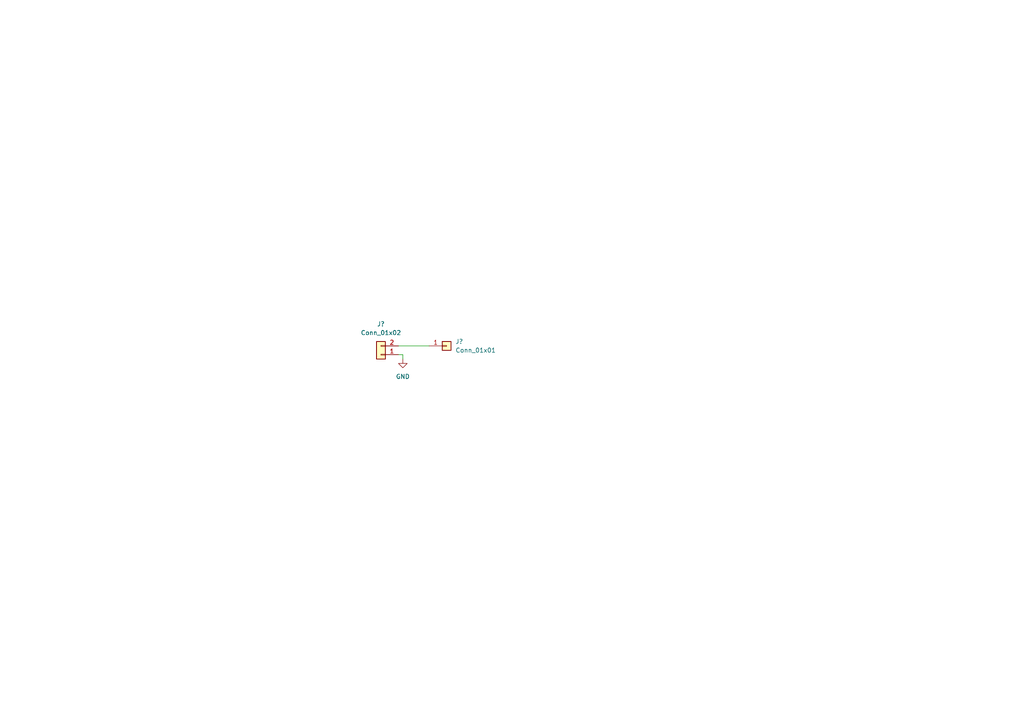
<source format=kicad_sch>
(kicad_sch (version 20211123) (generator eeschema)
  (paper "A4")
  (lib_symbols
    (symbol "Connector_Generic:Conn_01x01" (pin_names (offset 1.016) hide)
      (property "Reference" "J" (at 0 2.54 0))
      (property "Value" "Conn_01x01" (at 0 -2.54 0))
      (symbol "Conn_01x01_1_1"
        (rectangle (start -1.27 0.127) (end 0 -0.127) (stroke (width 0.1524)))
        (rectangle (start -1.27 1.27) (end 1.27 -1.27) (stroke (width 0.254)) (fill (type background)))
        (pin passive line (at -5.08 0 0) (length 3.81) (name "Pin_1") (number "1"))
      )
    )
    (symbol "Connector_Generic:Conn_01x02" (pin_names (offset 1.016) hide)
      (property "Reference" "J" (at 0 2.54 0))
      (property "Value" "Conn_01x02" (at 0 -5.08 0))
      (symbol "Conn_01x02_1_1"
        (rectangle (start -1.27 -2.413) (end 0 -2.667) (stroke (width 0.1524)))
        (rectangle (start -1.27 0.127) (end 0 -0.127) (stroke (width 0.1524)))
        (rectangle (start -1.27 1.27) (end 1.27 -3.81) (stroke (width 0.254)) (fill (type background)))
        (pin passive line (at -5.08 0 0) (length 3.81) (name "Pin_1") (number "1"))
        (pin passive line (at -5.08 -2.54 0) (length 3.81) (name "Pin_2") (number "2"))
      )
    )
    (symbol "power:GND" (power) (pin_names (offset 0))
      (property "Value" "GND" (at 0 -3.81 0))
      (symbol "GND_0_1"
        (polyline (pts (xy 0 0) (xy 0 -1.27) (xy 1.27 -1.27) (xy 0 -2.54) (xy -1.27 -1.27) (xy 0 -1.27)))
      )
      (symbol "GND_1_1"
        (pin power_in line (at 0 0 270) (length 0) hide (name "GND") (number "1"))
      )
    )
  )
  (wire (pts (xy 115.57 100.33) (xy 124.46 100.33)))
  (wire (pts (xy 116.84 102.87) (xy 115.57 102.87)))
  (wire (pts (xy 116.84 104.14) (xy 116.84 102.87)))
  (symbol (lib_id "Connector_Generic:Conn_01x01") (at 129.54 100.33 0) (unit 1)
    (property "Reference" "J?" (at 132.08 99.0599 0) (effects (justify left)))
    (property "Value" "Conn_01x01" (at 132.08 101.5999 0) (effects (justify left)))
    (property "Footprint" "cacophony-footprints:touch_15mm" (effects hide))
  )
  (symbol (lib_id "Connector_Generic:Conn_01x02") (at 110.49 102.87 180) (unit 1)
    (property "Reference" "J?" (at 110.49 93.98 0))
    (property "Value" "Conn_01x02" (at 110.49 96.52 0))
    (property "Footprint" "Connector_PinHeader_2.54mm:PinHeader_1x02_P2.54mm_Vertical" (effects hide))
  )
  (symbol (lib_id "power:GND") (at 116.84 104.14 0) (unit 1)
    (property "Reference" "#PWR?" (effects hide))
    (property "Value" "GND" (at 116.84 109.22 0))
  )
)
</source>
